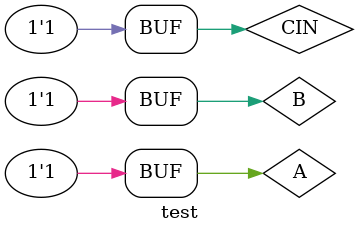
<source format=v>
`timescale 1ns / 1ps


module test;

	// Inputs
	reg A;
	reg B;
	reg CIN;

	// Outputs
	wire S;
	wire COUT;

	// Instantiate the Unit Under Test (UUT)
	bai_2 uut (
		.A(A), 
		.B(B), 
		.CIN(CIN), 
		.S(S), 
		.COUT(COUT)
	);

	initial begin
		// Initialize Inputs
		A = 0;
		B = 0;
		CIN = 0;

		// Wait 100 ns for global reset to finish
		#10;A=0;B=0;CIN=0;
		#10;A=0;B=0;CIN=1;
		#10;A=0;B=1;CIN=0;
		#10;A=0;B=1;CIN=1;
		#10;A=1;B=0;CIN=0;
		#10;A=1;B=0;CIN=1;
		#10;A=1;B=1;CIN=0;
		#10;A=1;B=1;CIN=1;
		#10;
	
	end
      
endmodule


</source>
